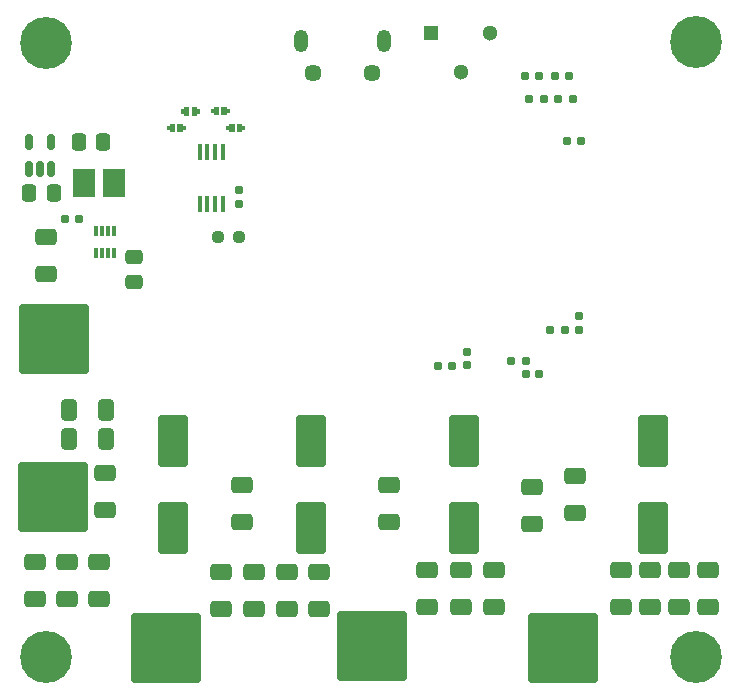
<source format=gbr>
%TF.GenerationSoftware,KiCad,Pcbnew,7.0.1*%
%TF.CreationDate,2023-04-17T18:47:01+02:00*%
%TF.ProjectId,ESC_board,4553435f-626f-4617-9264-2e6b69636164,rev?*%
%TF.SameCoordinates,Original*%
%TF.FileFunction,Soldermask,Bot*%
%TF.FilePolarity,Negative*%
%FSLAX46Y46*%
G04 Gerber Fmt 4.6, Leading zero omitted, Abs format (unit mm)*
G04 Created by KiCad (PCBNEW 7.0.1) date 2023-04-17 18:47:01*
%MOMM*%
%LPD*%
G01*
G04 APERTURE LIST*
G04 Aperture macros list*
%AMRoundRect*
0 Rectangle with rounded corners*
0 $1 Rounding radius*
0 $2 $3 $4 $5 $6 $7 $8 $9 X,Y pos of 4 corners*
0 Add a 4 corners polygon primitive as box body*
4,1,4,$2,$3,$4,$5,$6,$7,$8,$9,$2,$3,0*
0 Add four circle primitives for the rounded corners*
1,1,$1+$1,$2,$3*
1,1,$1+$1,$4,$5*
1,1,$1+$1,$6,$7*
1,1,$1+$1,$8,$9*
0 Add four rect primitives between the rounded corners*
20,1,$1+$1,$2,$3,$4,$5,0*
20,1,$1+$1,$4,$5,$6,$7,0*
20,1,$1+$1,$6,$7,$8,$9,0*
20,1,$1+$1,$8,$9,$2,$3,0*%
G04 Aperture macros list end*
%ADD10C,0.001000*%
%ADD11RoundRect,0.250000X-0.412500X-0.650000X0.412500X-0.650000X0.412500X0.650000X-0.412500X0.650000X0*%
%ADD12RoundRect,0.250000X0.650000X-0.412500X0.650000X0.412500X-0.650000X0.412500X-0.650000X-0.412500X0*%
%ADD13C,0.700000*%
%ADD14C,4.400000*%
%ADD15C,0.600000*%
%ADD16RoundRect,0.400000X-2.600000X-2.600000X2.600000X-2.600000X2.600000X2.600000X-2.600000X2.600000X0*%
%ADD17O,1.200000X1.900000*%
%ADD18C,1.450000*%
%ADD19R,1.300000X1.300000*%
%ADD20C,1.300000*%
%ADD21RoundRect,0.250000X-0.650000X0.412500X-0.650000X-0.412500X0.650000X-0.412500X0.650000X0.412500X0*%
%ADD22R,0.450000X1.450000*%
%ADD23RoundRect,0.250000X1.000000X-1.950000X1.000000X1.950000X-1.000000X1.950000X-1.000000X-1.950000X0*%
%ADD24RoundRect,0.155000X-0.155000X0.212500X-0.155000X-0.212500X0.155000X-0.212500X0.155000X0.212500X0*%
%ADD25R,1.955800X2.387600*%
%ADD26RoundRect,0.155000X0.155000X-0.212500X0.155000X0.212500X-0.155000X0.212500X-0.155000X-0.212500X0*%
%ADD27RoundRect,0.160000X0.197500X0.160000X-0.197500X0.160000X-0.197500X-0.160000X0.197500X-0.160000X0*%
%ADD28R,0.300000X0.850000*%
%ADD29RoundRect,0.150000X0.150000X-0.512500X0.150000X0.512500X-0.150000X0.512500X-0.150000X-0.512500X0*%
%ADD30RoundRect,0.237500X0.250000X0.237500X-0.250000X0.237500X-0.250000X-0.237500X0.250000X-0.237500X0*%
%ADD31RoundRect,0.160000X-0.197500X-0.160000X0.197500X-0.160000X0.197500X0.160000X-0.197500X0.160000X0*%
%ADD32RoundRect,0.155000X0.212500X0.155000X-0.212500X0.155000X-0.212500X-0.155000X0.212500X-0.155000X0*%
%ADD33RoundRect,0.250000X-0.475000X0.337500X-0.475000X-0.337500X0.475000X-0.337500X0.475000X0.337500X0*%
%ADD34RoundRect,0.250000X0.337500X0.475000X-0.337500X0.475000X-0.337500X-0.475000X0.337500X-0.475000X0*%
%ADD35RoundRect,0.250000X-0.337500X-0.475000X0.337500X-0.475000X0.337500X0.475000X-0.337500X0.475000X0*%
G04 APERTURE END LIST*
%TO.C,D13*%
D10*
X91450000Y-57816399D02*
X91100000Y-57816399D01*
X91100000Y-57666399D01*
X90850000Y-57666399D01*
X90850000Y-57366399D01*
X91100000Y-57366399D01*
X91100000Y-57216399D01*
X91450000Y-57216399D01*
X91450000Y-57816399D01*
G36*
X91450000Y-57816399D02*
G01*
X91100000Y-57816399D01*
X91100000Y-57666399D01*
X90850000Y-57666399D01*
X90850000Y-57366399D01*
X91100000Y-57366399D01*
X91100000Y-57216399D01*
X91450000Y-57216399D01*
X91450000Y-57816399D01*
G37*
X92100000Y-57366399D02*
X92350000Y-57366399D01*
X92350000Y-57666399D01*
X92100000Y-57666399D01*
X92100000Y-57816399D01*
X91750000Y-57816399D01*
X91750000Y-57216399D01*
X92100000Y-57216399D01*
X92100000Y-57366399D01*
G36*
X92100000Y-57366399D02*
G01*
X92350000Y-57366399D01*
X92350000Y-57666399D01*
X92100000Y-57666399D01*
X92100000Y-57816399D01*
X91750000Y-57816399D01*
X91750000Y-57216399D01*
X92100000Y-57216399D01*
X92100000Y-57366399D01*
G37*
%TO.C,D14*%
X89600000Y-57391400D02*
X89850000Y-57391400D01*
X89850000Y-57691400D01*
X89600000Y-57691400D01*
X89600000Y-57841400D01*
X89250000Y-57841400D01*
X89250000Y-57241400D01*
X89600000Y-57241400D01*
X89600000Y-57391400D01*
G36*
X89600000Y-57391400D02*
G01*
X89850000Y-57391400D01*
X89850000Y-57691400D01*
X89600000Y-57691400D01*
X89600000Y-57841400D01*
X89250000Y-57841400D01*
X89250000Y-57241400D01*
X89600000Y-57241400D01*
X89600000Y-57391400D01*
G37*
X88950000Y-57841400D02*
X88600000Y-57841400D01*
X88600000Y-57691400D01*
X88350000Y-57691400D01*
X88350000Y-57391400D01*
X88600000Y-57391400D01*
X88600000Y-57241400D01*
X88950000Y-57241400D01*
X88950000Y-57841400D01*
G36*
X88950000Y-57841400D02*
G01*
X88600000Y-57841400D01*
X88600000Y-57691400D01*
X88350000Y-57691400D01*
X88350000Y-57391400D01*
X88600000Y-57391400D01*
X88600000Y-57241400D01*
X88950000Y-57241400D01*
X88950000Y-57841400D01*
G37*
%TO.C,D12*%
X92775000Y-59241400D02*
X92425000Y-59241400D01*
X92425000Y-59091400D01*
X92175000Y-59091400D01*
X92175000Y-58791400D01*
X92425000Y-58791400D01*
X92425000Y-58641400D01*
X92775000Y-58641400D01*
X92775000Y-59241400D01*
G36*
X92775000Y-59241400D02*
G01*
X92425000Y-59241400D01*
X92425000Y-59091400D01*
X92175000Y-59091400D01*
X92175000Y-58791400D01*
X92425000Y-58791400D01*
X92425000Y-58641400D01*
X92775000Y-58641400D01*
X92775000Y-59241400D01*
G37*
X93425000Y-58791400D02*
X93675000Y-58791400D01*
X93675000Y-59091400D01*
X93425000Y-59091400D01*
X93425000Y-59241400D01*
X93075000Y-59241400D01*
X93075000Y-58641400D01*
X93425000Y-58641400D01*
X93425000Y-58791400D01*
G36*
X93425000Y-58791400D02*
G01*
X93675000Y-58791400D01*
X93675000Y-59091400D01*
X93425000Y-59091400D01*
X93425000Y-59241400D01*
X93075000Y-59241400D01*
X93075000Y-58641400D01*
X93425000Y-58641400D01*
X93425000Y-58791400D01*
G37*
%TO.C,D15*%
X87725000Y-59241400D02*
X87375000Y-59241400D01*
X87375000Y-59091400D01*
X87125000Y-59091400D01*
X87125000Y-58791400D01*
X87375000Y-58791400D01*
X87375000Y-58641400D01*
X87725000Y-58641400D01*
X87725000Y-59241400D01*
G36*
X87725000Y-59241400D02*
G01*
X87375000Y-59241400D01*
X87375000Y-59091400D01*
X87125000Y-59091400D01*
X87125000Y-58791400D01*
X87375000Y-58791400D01*
X87375000Y-58641400D01*
X87725000Y-58641400D01*
X87725000Y-59241400D01*
G37*
X88375000Y-58791400D02*
X88625000Y-58791400D01*
X88625000Y-59091400D01*
X88375000Y-59091400D01*
X88375000Y-59241400D01*
X88025000Y-59241400D01*
X88025000Y-58641400D01*
X88375000Y-58641400D01*
X88375000Y-58791400D01*
G36*
X88375000Y-58791400D02*
G01*
X88625000Y-58791400D01*
X88625000Y-59091400D01*
X88375000Y-59091400D01*
X88375000Y-59241400D01*
X88025000Y-59241400D01*
X88025000Y-58641400D01*
X88375000Y-58641400D01*
X88375000Y-58791400D01*
G37*
%TD*%
D11*
%TO.C,C51*%
X78857500Y-85350000D03*
X81982500Y-85350000D03*
%TD*%
%TO.C,C50*%
X78837500Y-82900000D03*
X81962500Y-82900000D03*
%TD*%
D12*
%TO.C,C49*%
X81860000Y-91302500D03*
X81860000Y-88177500D03*
%TD*%
D13*
%TO.C,H2*%
X130260000Y-51730000D03*
X130743274Y-50563274D03*
X130743274Y-52896726D03*
X131910000Y-50080000D03*
D14*
X131910000Y-51730000D03*
D13*
X131910000Y-53380000D03*
X133076726Y-50563274D03*
X133076726Y-52896726D03*
X133560000Y-51730000D03*
%TD*%
D15*
%TO.C,H6*%
X75180000Y-74240000D03*
X75180000Y-74840000D03*
X75180000Y-75440000D03*
X75180000Y-76040000D03*
X75180000Y-76640000D03*
X75180000Y-77240000D03*
X75180000Y-77840000D03*
X75180000Y-78440000D03*
X75180000Y-79040000D03*
X75180000Y-79550000D03*
X75780000Y-74240000D03*
X75780000Y-74840000D03*
X75780000Y-75440000D03*
X75780000Y-76040000D03*
X75780000Y-77840000D03*
X75780000Y-78440000D03*
X75780000Y-79040000D03*
X75780000Y-79550000D03*
X76380000Y-74240000D03*
X76380000Y-74840000D03*
X76380000Y-79040000D03*
X76380000Y-79550000D03*
X76980000Y-74240000D03*
X76980000Y-74840000D03*
X76980000Y-79040000D03*
X76980000Y-79550000D03*
X77580000Y-74240000D03*
X77580000Y-74840000D03*
X77580000Y-79040000D03*
X77580000Y-79550000D03*
D16*
X77590000Y-76890000D03*
D15*
X78180000Y-74240000D03*
X78180000Y-74840000D03*
X78180000Y-79040000D03*
X78180000Y-79550000D03*
X78780000Y-74240000D03*
X78780000Y-74840000D03*
X78780000Y-79040000D03*
X78780000Y-79550000D03*
X79380000Y-74240000D03*
X79380000Y-74840000D03*
X79380000Y-75440000D03*
X79380000Y-76040000D03*
X79380000Y-77840000D03*
X79380000Y-78440000D03*
X79380000Y-79040000D03*
X79380000Y-79550000D03*
X79980000Y-74240000D03*
X79980000Y-74840000D03*
X79980000Y-75440000D03*
X79980000Y-76040000D03*
X79980000Y-76640000D03*
X79980000Y-77240000D03*
X79980000Y-77840000D03*
X79980000Y-78440000D03*
X79980000Y-79040000D03*
X79980000Y-79550000D03*
%TD*%
D17*
%TO.C,J4*%
X105500000Y-51650000D03*
D18*
X104500000Y-54350000D03*
X99500000Y-54350000D03*
D17*
X98500000Y-51650000D03*
%TD*%
D19*
%TO.C,SW2*%
X109525000Y-50950000D03*
D20*
X112025000Y-54250000D03*
X114525000Y-50950000D03*
%TD*%
D13*
%TO.C,H3*%
X75230000Y-103790000D03*
X75713274Y-102623274D03*
X75713274Y-104956726D03*
X76880000Y-102140000D03*
D14*
X76880000Y-103790000D03*
D13*
X76880000Y-105440000D03*
X78046726Y-102623274D03*
X78046726Y-104956726D03*
X78530000Y-103790000D03*
%TD*%
%TO.C,H1*%
X130260000Y-103770000D03*
X130743274Y-102603274D03*
X130743274Y-104936726D03*
X131910000Y-102120000D03*
D14*
X131910000Y-103770000D03*
D13*
X131910000Y-105420000D03*
X133076726Y-102603274D03*
X133076726Y-104936726D03*
X133560000Y-103770000D03*
%TD*%
D15*
%TO.C,H5*%
X75080000Y-87560000D03*
X75080000Y-88160000D03*
X75080000Y-88760000D03*
X75080000Y-89360000D03*
X75080000Y-89960000D03*
X75080000Y-90560000D03*
X75080000Y-91160000D03*
X75080000Y-91760000D03*
X75080000Y-92360000D03*
X75080000Y-92870000D03*
X75680000Y-87560000D03*
X75680000Y-88160000D03*
X75680000Y-88760000D03*
X75680000Y-89360000D03*
X75680000Y-91160000D03*
X75680000Y-91760000D03*
X75680000Y-92360000D03*
X75680000Y-92870000D03*
X76280000Y-87560000D03*
X76280000Y-88160000D03*
X76280000Y-92360000D03*
X76280000Y-92870000D03*
X76880000Y-87560000D03*
X76880000Y-88160000D03*
X76880000Y-92360000D03*
X76880000Y-92870000D03*
X77480000Y-87560000D03*
X77480000Y-88160000D03*
X77480000Y-92360000D03*
X77480000Y-92870000D03*
D16*
X77490000Y-90210000D03*
D15*
X78080000Y-87560000D03*
X78080000Y-88160000D03*
X78080000Y-92360000D03*
X78080000Y-92870000D03*
X78680000Y-87560000D03*
X78680000Y-88160000D03*
X78680000Y-92360000D03*
X78680000Y-92870000D03*
X79280000Y-87560000D03*
X79280000Y-88160000D03*
X79280000Y-88760000D03*
X79280000Y-89360000D03*
X79280000Y-91160000D03*
X79280000Y-91760000D03*
X79280000Y-92360000D03*
X79280000Y-92870000D03*
X79880000Y-87560000D03*
X79880000Y-88160000D03*
X79880000Y-88760000D03*
X79880000Y-89360000D03*
X79880000Y-89960000D03*
X79880000Y-90560000D03*
X79880000Y-91160000D03*
X79880000Y-91760000D03*
X79880000Y-92360000D03*
X79880000Y-92870000D03*
%TD*%
%TO.C,H9*%
X118280000Y-100350000D03*
X118280000Y-100950000D03*
X118280000Y-101550000D03*
X118280000Y-102150000D03*
X118280000Y-102750000D03*
X118280000Y-103350000D03*
X118280000Y-103950000D03*
X118280000Y-104550000D03*
X118280000Y-105150000D03*
X118280000Y-105660000D03*
X118880000Y-100350000D03*
X118880000Y-100950000D03*
X118880000Y-101550000D03*
X118880000Y-102150000D03*
X118880000Y-103950000D03*
X118880000Y-104550000D03*
X118880000Y-105150000D03*
X118880000Y-105660000D03*
X119480000Y-100350000D03*
X119480000Y-100950000D03*
X119480000Y-105150000D03*
X119480000Y-105660000D03*
X120080000Y-100350000D03*
X120080000Y-100950000D03*
X120080000Y-105150000D03*
X120080000Y-105660000D03*
X120680000Y-100350000D03*
X120680000Y-100950000D03*
X120680000Y-105150000D03*
X120680000Y-105660000D03*
D16*
X120690000Y-103000000D03*
D15*
X121280000Y-100350000D03*
X121280000Y-100950000D03*
X121280000Y-105150000D03*
X121280000Y-105660000D03*
X121880000Y-100350000D03*
X121880000Y-100950000D03*
X121880000Y-105150000D03*
X121880000Y-105660000D03*
X122480000Y-100350000D03*
X122480000Y-100950000D03*
X122480000Y-101550000D03*
X122480000Y-102150000D03*
X122480000Y-103950000D03*
X122480000Y-104550000D03*
X122480000Y-105150000D03*
X122480000Y-105660000D03*
X123080000Y-100350000D03*
X123080000Y-100950000D03*
X123080000Y-101550000D03*
X123080000Y-102150000D03*
X123080000Y-102750000D03*
X123080000Y-103350000D03*
X123080000Y-103950000D03*
X123080000Y-104550000D03*
X123080000Y-105150000D03*
X123080000Y-105660000D03*
%TD*%
D13*
%TO.C,H4*%
X75240000Y-51760000D03*
X75723274Y-50593274D03*
X75723274Y-52926726D03*
X76890000Y-50110000D03*
D14*
X76890000Y-51760000D03*
D13*
X76890000Y-53410000D03*
X78056726Y-50593274D03*
X78056726Y-52926726D03*
X78540000Y-51760000D03*
%TD*%
D15*
%TO.C,H8*%
X102120000Y-100200000D03*
X102120000Y-100800000D03*
X102120000Y-101400000D03*
X102120000Y-102000000D03*
X102120000Y-102600000D03*
X102120000Y-103200000D03*
X102120000Y-103800000D03*
X102120000Y-104400000D03*
X102120000Y-105000000D03*
X102120000Y-105510000D03*
X102720000Y-100200000D03*
X102720000Y-100800000D03*
X102720000Y-101400000D03*
X102720000Y-102000000D03*
X102720000Y-103800000D03*
X102720000Y-104400000D03*
X102720000Y-105000000D03*
X102720000Y-105510000D03*
X103320000Y-100200000D03*
X103320000Y-100800000D03*
X103320000Y-105000000D03*
X103320000Y-105510000D03*
X103920000Y-100200000D03*
X103920000Y-100800000D03*
X103920000Y-105000000D03*
X103920000Y-105510000D03*
X104520000Y-100200000D03*
X104520000Y-100800000D03*
X104520000Y-105000000D03*
X104520000Y-105510000D03*
D16*
X104530000Y-102850000D03*
D15*
X105120000Y-100200000D03*
X105120000Y-100800000D03*
X105120000Y-105000000D03*
X105120000Y-105510000D03*
X105720000Y-100200000D03*
X105720000Y-100800000D03*
X105720000Y-105000000D03*
X105720000Y-105510000D03*
X106320000Y-100200000D03*
X106320000Y-100800000D03*
X106320000Y-101400000D03*
X106320000Y-102000000D03*
X106320000Y-103800000D03*
X106320000Y-104400000D03*
X106320000Y-105000000D03*
X106320000Y-105510000D03*
X106920000Y-100200000D03*
X106920000Y-100800000D03*
X106920000Y-101400000D03*
X106920000Y-102000000D03*
X106920000Y-102600000D03*
X106920000Y-103200000D03*
X106920000Y-103800000D03*
X106920000Y-104400000D03*
X106920000Y-105000000D03*
X106920000Y-105510000D03*
%TD*%
%TO.C,H7*%
X84660000Y-100350000D03*
X84660000Y-100950000D03*
X84660000Y-101550000D03*
X84660000Y-102150000D03*
X84660000Y-102750000D03*
X84660000Y-103350000D03*
X84660000Y-103950000D03*
X84660000Y-104550000D03*
X84660000Y-105150000D03*
X84660000Y-105660000D03*
X85260000Y-100350000D03*
X85260000Y-100950000D03*
X85260000Y-101550000D03*
X85260000Y-102150000D03*
X85260000Y-103950000D03*
X85260000Y-104550000D03*
X85260000Y-105150000D03*
X85260000Y-105660000D03*
X85860000Y-100350000D03*
X85860000Y-100950000D03*
X85860000Y-105150000D03*
X85860000Y-105660000D03*
X86460000Y-100350000D03*
X86460000Y-100950000D03*
X86460000Y-105150000D03*
X86460000Y-105660000D03*
X87060000Y-100350000D03*
X87060000Y-100950000D03*
X87060000Y-105150000D03*
X87060000Y-105660000D03*
D16*
X87070000Y-103000000D03*
D15*
X87660000Y-100350000D03*
X87660000Y-100950000D03*
X87660000Y-105150000D03*
X87660000Y-105660000D03*
X88260000Y-100350000D03*
X88260000Y-100950000D03*
X88260000Y-105150000D03*
X88260000Y-105660000D03*
X88860000Y-100350000D03*
X88860000Y-100950000D03*
X88860000Y-101550000D03*
X88860000Y-102150000D03*
X88860000Y-103950000D03*
X88860000Y-104550000D03*
X88860000Y-105150000D03*
X88860000Y-105660000D03*
X89460000Y-100350000D03*
X89460000Y-100950000D03*
X89460000Y-101550000D03*
X89460000Y-102150000D03*
X89460000Y-102750000D03*
X89460000Y-103350000D03*
X89460000Y-103950000D03*
X89460000Y-104550000D03*
X89460000Y-105150000D03*
X89460000Y-105660000D03*
%TD*%
D21*
%TO.C,C15*%
X114825000Y-96412500D03*
X114825000Y-99537500D03*
%TD*%
D22*
%TO.C,U8*%
X91850000Y-65400000D03*
X91200000Y-65400000D03*
X90550000Y-65400000D03*
X89900000Y-65400000D03*
X89900000Y-61000000D03*
X90550000Y-61000000D03*
X91200000Y-61000000D03*
X91850000Y-61000000D03*
%TD*%
D23*
%TO.C,C45*%
X112268000Y-92854000D03*
X112268000Y-85454000D03*
%TD*%
D21*
%TO.C,C21*%
X109125000Y-96412500D03*
X109125000Y-99537500D03*
%TD*%
%TO.C,C39*%
X130500000Y-96387500D03*
X130500000Y-99512500D03*
%TD*%
D12*
%TO.C,C18*%
X105900000Y-92375000D03*
X105900000Y-89250000D03*
%TD*%
D21*
%TO.C,C26*%
X81400000Y-95762500D03*
X81400000Y-98887500D03*
%TD*%
D24*
%TO.C,C20*%
X122050000Y-74932500D03*
X122050000Y-76067500D03*
%TD*%
D25*
%TO.C,L1*%
X82667500Y-63650000D03*
X80127500Y-63650000D03*
%TD*%
D12*
%TO.C,C40*%
X118025000Y-92537500D03*
X118025000Y-89412500D03*
%TD*%
D26*
%TO.C,C29*%
X112575000Y-79067500D03*
X112575000Y-77932500D03*
%TD*%
D27*
%TO.C,R13*%
X121472500Y-56525000D03*
X120277500Y-56525000D03*
%TD*%
D28*
%TO.C,U1*%
X82618995Y-69593995D03*
X82118995Y-69593995D03*
X81618995Y-69593995D03*
X81118995Y-69593995D03*
X81118995Y-67693995D03*
X81618995Y-67693995D03*
X82118995Y-67693995D03*
X82618995Y-67693995D03*
%TD*%
D21*
%TO.C,C46*%
X128050000Y-96387500D03*
X128050000Y-99512500D03*
%TD*%
D23*
%TO.C,C47*%
X99314000Y-92854000D03*
X99314000Y-85454000D03*
%TD*%
%TO.C,C44*%
X128270000Y-92854000D03*
X128270000Y-85454000D03*
%TD*%
D29*
%TO.C,U7*%
X77343746Y-62468505D03*
X76393746Y-62468505D03*
X75443746Y-62468505D03*
X75443746Y-60193505D03*
X77343746Y-60193505D03*
%TD*%
D21*
%TO.C,C24*%
X76883415Y-68178717D03*
X76883415Y-71303717D03*
%TD*%
D30*
%TO.C,R17*%
X93262500Y-68216400D03*
X91437500Y-68216400D03*
%TD*%
D23*
%TO.C,C48*%
X87630000Y-92880000D03*
X87630000Y-85480000D03*
%TD*%
D21*
%TO.C,C19*%
X97300000Y-96550000D03*
X97300000Y-99675000D03*
%TD*%
D31*
%TO.C,R10*%
X78465240Y-66700000D03*
X79660240Y-66700000D03*
%TD*%
D21*
%TO.C,C27*%
X112025000Y-96412500D03*
X112025000Y-99537500D03*
%TD*%
%TO.C,C13*%
X94500000Y-96587500D03*
X94500000Y-99712500D03*
%TD*%
%TO.C,C12*%
X91700000Y-96587500D03*
X91700000Y-99712500D03*
%TD*%
D27*
%TO.C,R27*%
X119022500Y-56550000D03*
X117827500Y-56550000D03*
%TD*%
%TO.C,R24*%
X121175000Y-54575000D03*
X119980000Y-54575000D03*
%TD*%
D31*
%TO.C,R14*%
X119602500Y-76100000D03*
X120797500Y-76100000D03*
%TD*%
D21*
%TO.C,C37*%
X132950000Y-96387500D03*
X132950000Y-99512500D03*
%TD*%
%TO.C,C11*%
X125575000Y-96387500D03*
X125575000Y-99512500D03*
%TD*%
%TO.C,C25*%
X78700000Y-95762500D03*
X78700000Y-98887500D03*
%TD*%
D12*
%TO.C,C17*%
X93450000Y-92362500D03*
X93450000Y-89237500D03*
%TD*%
D31*
%TO.C,R19*%
X110052500Y-79125000D03*
X111247500Y-79125000D03*
%TD*%
D32*
%TO.C,C30*%
X118667500Y-79850000D03*
X117532500Y-79850000D03*
%TD*%
D12*
%TO.C,C38*%
X121650000Y-91587500D03*
X121650000Y-88462500D03*
%TD*%
D27*
%TO.C,R25*%
X118675000Y-54575000D03*
X117480000Y-54575000D03*
%TD*%
D31*
%TO.C,R20*%
X116302500Y-78750000D03*
X117497500Y-78750000D03*
%TD*%
D27*
%TO.C,R23*%
X122227500Y-60110000D03*
X121032500Y-60110000D03*
%TD*%
D21*
%TO.C,C16*%
X75950000Y-95762500D03*
X75950000Y-98887500D03*
%TD*%
D26*
%TO.C,C54*%
X93250001Y-65376400D03*
X93250001Y-64241400D03*
%TD*%
D33*
%TO.C,C22*%
X84318995Y-69918995D03*
X84318995Y-71993995D03*
%TD*%
D34*
%TO.C,C56*%
X81737500Y-60200000D03*
X79662500Y-60200000D03*
%TD*%
D35*
%TO.C,C55*%
X75462500Y-64500000D03*
X77537500Y-64500000D03*
%TD*%
D21*
%TO.C,C14*%
X100000000Y-96587500D03*
X100000000Y-99712500D03*
%TD*%
M02*

</source>
